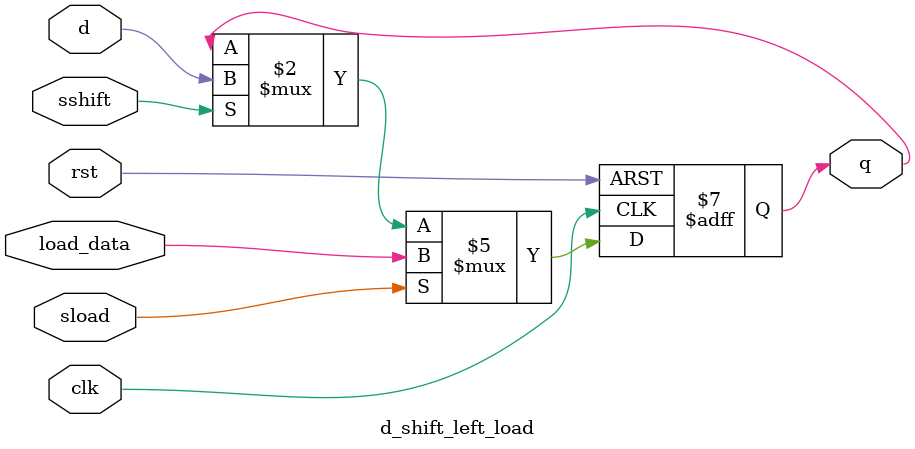
<source format=sv>

`ifndef FLIP_FLOP_SV
`define FLIP_FLOP_SV

module rs_ff (set,reset,clk,rst,ena,q);
input wire set,reset,clk,rst,ena;
output reg q;
initial q <= 0;
always @(posedge clk,posedge rst) begin
	if(rst) begin
		q <= 0;
	end else begin
		if(ena) begin
			if(reset) begin
				q <= 0;
			end else begin
				if(set) begin
					q <= 1;
				end else begin
					q <= q;
				end
			end
		end
	end
end
endmodule

module d_ff_wide #(parameter WIDTH=1) (d,clk,rst,ena,q);
input wire clk,rst,ena;
input wire [WIDTH-1:0] d;
output reg [WIDTH-1:0] q;
initial q <= 0;
always @(posedge clk,posedge rst) begin
    if(rst) begin
        q <= 0;
    end else begin
        if(ena) begin
            q <= d;
        end
    end
end
endmodule

module d_shift_left_load #(parameter WIDTH=1)
                    (d,clk,rst,sshift,sload,load_data,q);
input wire d,clk,rst,sload,sshift;
input wire [WIDTH-1:0] load_data;
output reg [WIDTH-1:0] q;
always @(posedge clk,posedge rst) begin
    if(rst) begin
        q <= 0;
    end else begin
        if(sload) begin
            q <= load_data;
        end else begin
            if(sshift) begin
                q <= {q[WIDTH-2:0],d};
            end
        end
    end
end
endmodule

//module d_ff_load_wide #(parameter WIDTH=1) (d,clk,rst,ena,ld,dld,q);
//endmodule

`endif

</source>
